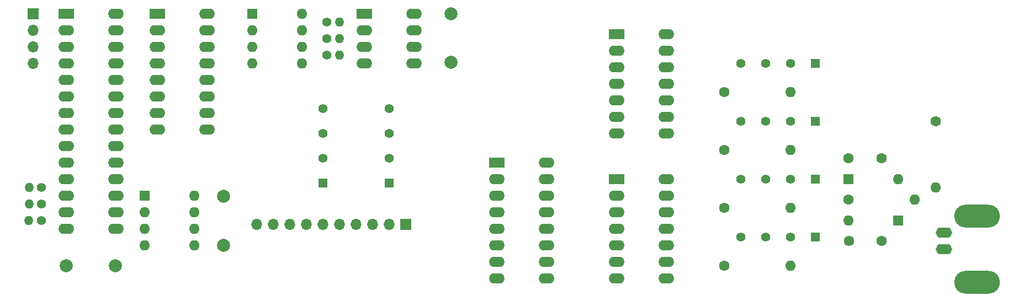
<source format=gbr>
%TF.GenerationSoftware,KiCad,Pcbnew,(5.1.10)-1*%
%TF.CreationDate,2021-09-21T15:48:09+02:00*%
%TF.ProjectId,100 MHz TTL CMOS,31303020-4d48-47a2-9054-544c20434d4f,rev?*%
%TF.SameCoordinates,Original*%
%TF.FileFunction,Soldermask,Bot*%
%TF.FilePolarity,Negative*%
%FSLAX46Y46*%
G04 Gerber Fmt 4.6, Leading zero omitted, Abs format (unit mm)*
G04 Created by KiCad (PCBNEW (5.1.10)-1) date 2021-09-21 15:48:09*
%MOMM*%
%LPD*%
G01*
G04 APERTURE LIST*
%ADD10C,2.000000*%
%ADD11R,2.400000X1.600000*%
%ADD12O,2.400000X1.600000*%
%ADD13C,1.400000*%
%ADD14R,1.400000X1.400000*%
%ADD15R,1.600000X1.600000*%
%ADD16O,1.600000X1.600000*%
%ADD17O,1.400000X1.400000*%
%ADD18O,1.700000X1.700000*%
%ADD19R,1.700000X1.700000*%
%ADD20O,2.500000X1.600000*%
%ADD21O,7.000000X3.500000*%
%ADD22C,1.600000*%
G04 APERTURE END LIST*
D10*
%TO.C,C4*%
X113030000Y-56395000D03*
X113030000Y-48895000D03*
%TD*%
D11*
%TO.C,IC3*%
X138430000Y-52070000D03*
D12*
X146050000Y-67310000D03*
X138430000Y-54610000D03*
X146050000Y-64770000D03*
X138430000Y-57150000D03*
X146050000Y-62230000D03*
X138430000Y-59690000D03*
X146050000Y-59690000D03*
X138430000Y-62230000D03*
X146050000Y-57150000D03*
X138430000Y-64770000D03*
X146050000Y-54610000D03*
X138430000Y-67310000D03*
X146050000Y-52070000D03*
%TD*%
D13*
%TO.C,K6*%
X103505000Y-63500000D03*
X103505000Y-67310000D03*
X103505000Y-71120000D03*
D14*
X103505000Y-74930000D03*
%TD*%
D15*
%TO.C,SW2*%
X82550000Y-48895000D03*
D16*
X90170000Y-56515000D03*
X82550000Y-51435000D03*
X90170000Y-53975000D03*
X82550000Y-53975000D03*
X90170000Y-51435000D03*
X82550000Y-56515000D03*
X90170000Y-48895000D03*
%TD*%
D13*
%TO.C,R12*%
X93980000Y-55245000D03*
D17*
X95880000Y-55245000D03*
%TD*%
D13*
%TO.C,R11*%
X93980000Y-52705000D03*
D17*
X95880000Y-52705000D03*
%TD*%
D13*
%TO.C,R10*%
X93980000Y-50165000D03*
D17*
X95880000Y-50165000D03*
%TD*%
D11*
%TO.C,IC4*%
X99695000Y-48895000D03*
D12*
X107315000Y-56515000D03*
X99695000Y-51435000D03*
X107315000Y-53975000D03*
X99695000Y-53975000D03*
X107315000Y-51435000D03*
X99695000Y-56515000D03*
X107315000Y-48895000D03*
%TD*%
D10*
%TO.C,C10*%
X78105000Y-76955000D03*
X78105000Y-84455000D03*
%TD*%
D18*
%TO.C,J1*%
X83185000Y-81280000D03*
X85725000Y-81280000D03*
X88265000Y-81280000D03*
X90805000Y-81280000D03*
X93345000Y-81280000D03*
X95885000Y-81280000D03*
X98425000Y-81280000D03*
X100965000Y-81280000D03*
X103505000Y-81280000D03*
D19*
X106045000Y-81280000D03*
%TD*%
D16*
%TO.C,SW1*%
X73660000Y-76835000D03*
X66040000Y-84455000D03*
X73660000Y-79375000D03*
X66040000Y-81915000D03*
X73660000Y-81915000D03*
X66040000Y-79375000D03*
X73660000Y-84455000D03*
D15*
X66040000Y-76835000D03*
%TD*%
D17*
%TO.C,R9*%
X48260000Y-80645000D03*
D13*
X50160000Y-80645000D03*
%TD*%
D17*
%TO.C,R4*%
X48265000Y-78105000D03*
D13*
X50165000Y-78105000D03*
%TD*%
D17*
%TO.C,R3*%
X48265000Y-75565000D03*
D13*
X50165000Y-75565000D03*
%TD*%
D18*
%TO.C,J3*%
X48895000Y-56515000D03*
X48895000Y-53975000D03*
X48895000Y-51435000D03*
D19*
X48895000Y-48895000D03*
%TD*%
D11*
%TO.C,IC6*%
X67945000Y-48895000D03*
D12*
X75565000Y-66675000D03*
X67945000Y-51435000D03*
X75565000Y-64135000D03*
X67945000Y-53975000D03*
X75565000Y-61595000D03*
X67945000Y-56515000D03*
X75565000Y-59055000D03*
X67945000Y-59055000D03*
X75565000Y-56515000D03*
X67945000Y-61595000D03*
X75565000Y-53975000D03*
X67945000Y-64135000D03*
X75565000Y-51435000D03*
X67945000Y-66675000D03*
X75565000Y-48895000D03*
%TD*%
%TO.C,IC2*%
X61595000Y-48895000D03*
X53975000Y-81915000D03*
X61595000Y-51435000D03*
X53975000Y-79375000D03*
X61595000Y-53975000D03*
X53975000Y-76835000D03*
X61595000Y-56515000D03*
X53975000Y-74295000D03*
X61595000Y-59055000D03*
X53975000Y-71755000D03*
X61595000Y-61595000D03*
X53975000Y-69215000D03*
X61595000Y-64135000D03*
X53975000Y-66675000D03*
X61595000Y-66675000D03*
X53975000Y-64135000D03*
X61595000Y-69215000D03*
X53975000Y-61595000D03*
X61595000Y-71755000D03*
X53975000Y-59055000D03*
X61595000Y-74295000D03*
X53975000Y-56515000D03*
X61595000Y-76835000D03*
X53975000Y-53975000D03*
X61595000Y-79375000D03*
X53975000Y-51435000D03*
X61595000Y-81915000D03*
D11*
X53975000Y-48895000D03*
%TD*%
D10*
%TO.C,C2*%
X53975000Y-87630000D03*
X61475000Y-87630000D03*
%TD*%
D13*
%TO.C,K5*%
X93345000Y-63500000D03*
X93345000Y-67310000D03*
X93345000Y-71120000D03*
D14*
X93345000Y-74930000D03*
%TD*%
D20*
%TO.C,J2*%
X188595000Y-82550000D03*
X188595000Y-85090000D03*
D21*
X193675000Y-90170000D03*
X193675000Y-80010000D03*
%TD*%
D16*
%TO.C,R1*%
X187325000Y-75565000D03*
D22*
X187325000Y-65405000D03*
%TD*%
D11*
%TO.C,IC5*%
X120015000Y-71755000D03*
D12*
X127635000Y-89535000D03*
X120015000Y-74295000D03*
X127635000Y-86995000D03*
X120015000Y-76835000D03*
X127635000Y-84455000D03*
X120015000Y-79375000D03*
X127635000Y-81915000D03*
X120015000Y-81915000D03*
X127635000Y-79375000D03*
X120015000Y-84455000D03*
X127635000Y-76835000D03*
X120015000Y-86995000D03*
X127635000Y-74295000D03*
X120015000Y-89535000D03*
X127635000Y-71755000D03*
%TD*%
D22*
%TO.C,R8*%
X154940000Y-78740000D03*
D16*
X165100000Y-78740000D03*
%TD*%
D22*
%TO.C,R7*%
X154940000Y-69850000D03*
D16*
X165100000Y-69850000D03*
%TD*%
%TO.C,R6*%
X165100000Y-60960000D03*
D22*
X154940000Y-60960000D03*
%TD*%
%TO.C,R5*%
X154940000Y-87630000D03*
D16*
X165100000Y-87630000D03*
%TD*%
D22*
%TO.C,R2*%
X173990000Y-77470000D03*
D16*
X184150000Y-77470000D03*
%TD*%
D14*
%TO.C,K4*%
X168910000Y-74295000D03*
D13*
X165100000Y-74295000D03*
X161290000Y-74295000D03*
X157480000Y-74295000D03*
%TD*%
D14*
%TO.C,K3*%
X168910000Y-65405000D03*
D13*
X165100000Y-65405000D03*
X161290000Y-65405000D03*
X157480000Y-65405000D03*
%TD*%
D14*
%TO.C,K2*%
X168910000Y-56515000D03*
D13*
X165100000Y-56515000D03*
X161290000Y-56515000D03*
X157480000Y-56515000D03*
%TD*%
D14*
%TO.C,K1*%
X168910000Y-83185000D03*
D13*
X165100000Y-83185000D03*
X161290000Y-83185000D03*
X157480000Y-83185000D03*
%TD*%
D11*
%TO.C,IC1*%
X138430000Y-74295000D03*
D12*
X146050000Y-89535000D03*
X138430000Y-76835000D03*
X146050000Y-86995000D03*
X138430000Y-79375000D03*
X146050000Y-84455000D03*
X138430000Y-81915000D03*
X146050000Y-81915000D03*
X138430000Y-84455000D03*
X146050000Y-79375000D03*
X138430000Y-86995000D03*
X146050000Y-76835000D03*
X138430000Y-89535000D03*
X146050000Y-74295000D03*
%TD*%
D15*
%TO.C,D2*%
X173990000Y-74295000D03*
D16*
X181610000Y-74295000D03*
%TD*%
D15*
%TO.C,D1*%
X181610000Y-80645000D03*
D16*
X173990000Y-80645000D03*
%TD*%
D22*
%TO.C,C12*%
X173990000Y-71120000D03*
X178990000Y-71120000D03*
%TD*%
%TO.C,C11*%
X179070000Y-83820000D03*
X174070000Y-83820000D03*
%TD*%
M02*

</source>
